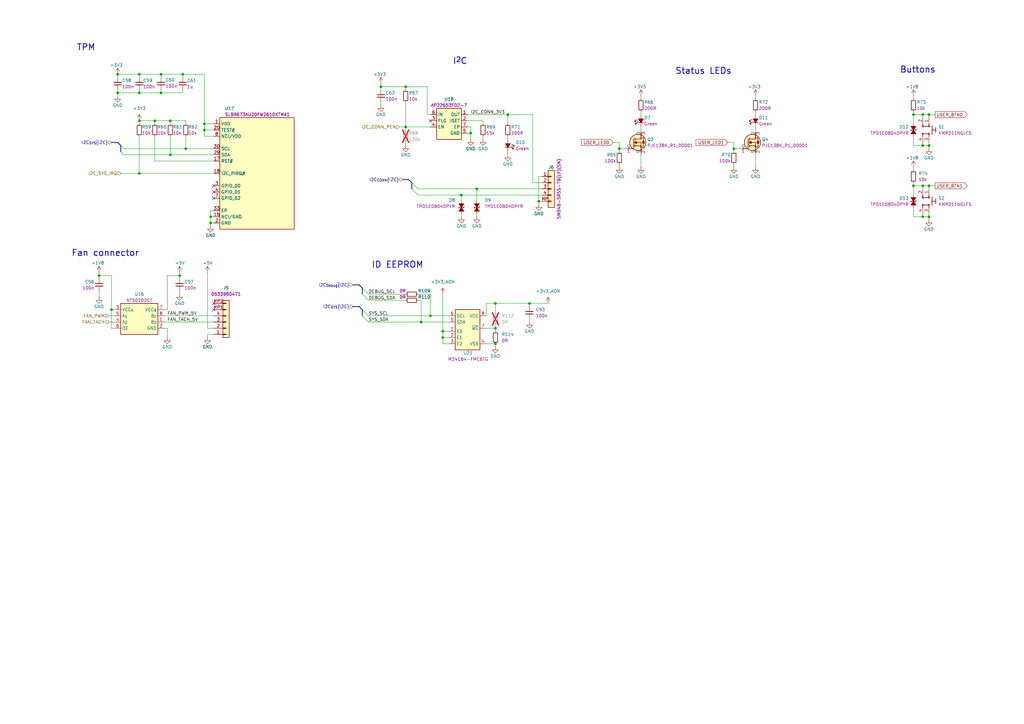
<source format=kicad_sch>
(kicad_sch (version 20250114) (generator "eeschema") (generator_version "9.0")
  (paper "A3")
  (title_block (title "Jetson Orin AGX Baseboard") (date "2025-08-11") (rev "1.0.0") (company "Antmicro Ltd") (comment 1 "www.antmicro.com"))
  (text "Buttons" (at 376.428 28.702 0) (effects (font (size 2.54 2.54) (thickness 0.3175))))
  (text "Fan connector" (at 43.18 103.886 0) (effects (font (size 2.54 2.54) (thickness 0.3175))))
  (text "ID EEPROM" (at 163.068 108.712 0) (effects (font (size 2.54 2.54) (thickness 0.3175))))
  (text "I^{2}C" (at 188.722 25.146 0) (effects (font (size 2.54 2.54) (thickness 0.3175))))
  (text "TPM\n" (at 35.306 19.558 0) (effects (font (size 2.54 2.54) (thickness 0.3175))))
  (text "Status LEDs" (at 288.544 29.21 0) (effects (font (size 2.54 2.54) (thickness 0.3175))))
  (junction (at 45.72 127))
  (junction (at 48.26 30.48))
  (junction (at 181.61 138.43))
  (junction (at 66.04 38.1))
  (junction (at 381 59.69))
  (junction (at 208.28 46.99))
  (junction (at 66.04 30.48))
  (junction (at 57.15 38.1))
  (junction (at 374.65 46.99))
  (junction (at 374.65 76.2))
  (junction (at 378.46 76.2))
  (junction (at 254 60.96))
  (junction (at 57.15 49.53))
  (junction (at 86.36 88.9))
  (junction (at 74.93 30.48))
  (junction (at 83.82 50.8))
  (junction (at 181.61 135.89))
  (junction (at 378.46 46.99))
  (junction (at 69.85 49.53))
  (junction (at 166.37 35.56))
  (junction (at 172.72 132.08))
  (junction (at 220.98 82.55))
  (junction (at 57.15 71.12))
  (junction (at 195.58 77.47))
  (junction (at 381 88.9))
  (junction (at 86.36 91.44))
  (junction (at 203.2 124.46))
  (junction (at 76.2 60.96))
  (junction (at 73.66 113.03))
  (junction (at 381 46.99))
  (junction (at 193.04 54.61))
  (junction (at 69.85 63.5))
  (junction (at 378.46 88.9))
  (junction (at 40.64 113.03))
  (junction (at 63.5 49.53))
  (junction (at 217.17 124.46))
  (junction (at 203.2 134.62))
  (junction (at 48.26 38.1))
  (junction (at 300.99 60.96))
  (junction (at 381 76.2))
  (junction (at 166.37 52.07))
  (junction (at 156.21 35.56))
  (junction (at 57.15 30.48))
  (junction (at 378.46 59.69))
  (junction (at 189.23 80.01))
  (junction (at 83.82 53.34))
  (junction (at 203.2 140.97))
  (junction (at 176.53 129.54))
  (no_connect (at 87.63 124.46))
  (no_connect (at 87.63 76.2))
  (no_connect (at 278.13 -30.48))
  (no_connect (at 176.53 49.53))
  (no_connect (at 87.63 127))
  (no_connect (at 87.63 81.28))
  (no_connect (at 87.63 78.74))
  (bus_entry (at 148.59 120.65) (size 2.54 2.54))
  (bus_entry (at 49.53 62.23) (size 1.27 1.27))
  (bus_entry (at 49.53 59.69) (size 1.27 1.27))
  (bus_entry (at 168.91 77.47) (size 2.54 2.54))
  (bus_entry (at 168.91 74.93) (size 2.54 2.54))
  (bus_entry (at 148.59 127) (size 2.54 2.54))
  (bus_entry (at 148.59 129.54) (size 2.54 2.54))
  (bus_entry (at 148.59 118.11) (size 2.54 2.54))
  (wire (pts (xy 378.46 46.99) (xy 381 46.99)))
  (wire (pts (xy 217.17 124.46) (xy 203.2 124.46)))
  (bus (pts (xy 167.64 73.66) (xy 168.91 74.93)))
  (wire (pts (xy 151.13 123.19) (xy 166.37 123.19)))
  (wire (pts (xy 198.12 49.53) (xy 198.12 50.8)))
  (wire (pts (xy 176.53 120.65) (xy 176.53 129.54)))
  (wire (pts (xy 67.31 129.54) (xy 87.63 129.54)))
  (wire (pts (xy 83.82 53.34) (xy 83.82 50.8)))
  (wire (pts (xy 181.61 120.65) (xy 181.61 135.89)))
  (wire (pts (xy 66.04 30.48) (xy 66.04 31.75)))
  (wire (pts (xy 254 60.96) (xy 256.54 60.96)))
  (wire (pts (xy 57.15 38.1) (xy 66.04 38.1)))
  (wire (pts (xy 381 76.2) (xy 383.54 76.2)))
  (wire (pts (xy 374.65 88.9) (xy 378.46 88.9)))
  (wire (pts (xy 172.72 123.19) (xy 172.72 132.08)))
  (wire (pts (xy 66.04 38.1) (xy 66.04 36.83)))
  (wire (pts (xy 87.63 55.88) (xy 83.82 55.88)))
  (wire (pts (xy 309.88 52.07) (xy 309.88 53.34)))
  (wire (pts (xy 309.88 45.72) (xy 309.88 46.99)))
  (wire (pts (xy 203.2 135.89) (xy 203.2 134.62)))
  (wire (pts (xy 181.61 140.97) (xy 184.15 140.97)))
  (wire (pts (xy 85.09 111.76) (xy 85.09 134.62)))
  (wire (pts (xy 298.45 58.42) (xy 300.99 58.42)))
  (wire (pts (xy 203.2 140.97) (xy 203.2 142.24)))
  (wire (pts (xy 45.72 134.62) (xy 45.72 127)))
  (wire (pts (xy 48.26 38.1) (xy 48.26 39.37)))
  (wire (pts (xy 68.58 134.62) (xy 67.31 134.62)))
  (wire (pts (xy 40.64 111.76) (xy 40.64 113.03)))
  (wire (pts (xy 378.46 88.9) (xy 381 88.9)))
  (wire (pts (xy 83.82 55.88) (xy 83.82 53.34)))
  (wire (pts (xy 76.2 60.96) (xy 76.2 55.88)))
  (wire (pts (xy 191.77 54.61) (xy 193.04 54.61)))
  (bus (pts (xy 144.78 125.73) (xy 147.32 125.73)))
  (bus (pts (xy 49.53 59.69) (xy 49.53 62.23)))
  (bus (pts (xy 147.32 116.84) (xy 148.59 118.11)))
  (wire (pts (xy 46.99 134.62) (xy 45.72 134.62)))
  (wire (pts (xy 254 62.23) (xy 254 60.96)))
  (wire (pts (xy 69.85 49.53) (xy 69.85 50.8)))
  (wire (pts (xy 262.89 63.5) (xy 262.89 68.58)))
  (wire (pts (xy 374.65 74.93) (xy 374.65 76.2)))
  (wire (pts (xy 83.82 30.48) (xy 83.82 50.8)))
  (wire (pts (xy 74.93 38.1) (xy 74.93 36.83)))
  (wire (pts (xy 254 58.42) (xy 254 60.96)))
  (wire (pts (xy 195.58 87.63) (xy 195.58 88.9)))
  (wire (pts (xy 199.39 124.46) (xy 199.39 129.54)))
  (wire (pts (xy 220.98 72.39) (xy 220.98 82.55)))
  (wire (pts (xy 63.5 49.53) (xy 69.85 49.53)))
  (wire (pts (xy 57.15 30.48) (xy 66.04 30.48)))
  (wire (pts (xy 191.77 49.53) (xy 198.12 49.53)))
  (wire (pts (xy 203.2 124.46) (xy 203.2 128.27)))
  (wire (pts (xy 218.44 46.99) (xy 218.44 74.93)))
  (wire (pts (xy 73.66 111.76) (xy 73.66 113.03)))
  (wire (pts (xy 189.23 87.63) (xy 189.23 88.9)))
  (wire (pts (xy 171.45 77.47) (xy 195.58 77.47)))
  (wire (pts (xy 63.5 55.88) (xy 63.5 66.04)))
  (wire (pts (xy 378.46 76.2) (xy 378.46 77.47)))
  (wire (pts (xy 67.31 127) (xy 68.58 127)))
  (wire (pts (xy 378.46 58.42) (xy 378.46 59.69)))
  (wire (pts (xy 68.58 113.03) (xy 73.66 113.03)))
  (wire (pts (xy 69.85 63.5) (xy 69.85 55.88)))
  (wire (pts (xy 262.89 39.37) (xy 262.89 40.64)))
  (wire (pts (xy 156.21 35.56) (xy 156.21 36.83)))
  (wire (pts (xy 151.13 132.08) (xy 172.72 132.08)))
  (wire (pts (xy 44.45 132.08) (xy 46.99 132.08)))
  (wire (pts (xy 374.65 85.09) (xy 374.65 88.9)))
  (wire (pts (xy 381 76.2) (xy 381 77.47)))
  (wire (pts (xy 151.13 120.65) (xy 166.37 120.65)))
  (wire (pts (xy 374.65 76.2) (xy 374.65 80.01)))
  (wire (pts (xy 66.04 38.1) (xy 74.93 38.1)))
  (bus (pts (xy 165.1 73.66) (xy 167.64 73.66)))
  (wire (pts (xy 208.28 55.88) (xy 208.28 57.15)))
  (wire (pts (xy 378.46 76.2) (xy 374.65 76.2)))
  (wire (pts (xy 220.98 72.39) (xy 222.25 72.39)))
  (wire (pts (xy 374.65 46.99) (xy 374.65 50.8)))
  (wire (pts (xy 381 59.69) (xy 381 58.42)))
  (wire (pts (xy 191.77 46.99) (xy 208.28 46.99)))
  (wire (pts (xy 193.04 54.61) (xy 193.04 57.15)))
  (bus (pts (xy 144.78 116.84) (xy 147.32 116.84)))
  (wire (pts (xy 181.61 138.43) (xy 181.61 135.89)))
  (wire (pts (xy 86.36 92.71) (xy 86.36 91.44)))
  (wire (pts (xy 57.15 49.53) (xy 63.5 49.53)))
  (wire (pts (xy 48.26 30.48) (xy 57.15 30.48)))
  (wire (pts (xy 166.37 58.42) (xy 166.37 59.69)))
  (wire (pts (xy 199.39 140.97) (xy 203.2 140.97)))
  (wire (pts (xy 74.93 30.48) (xy 74.93 31.75)))
  (bus (pts (xy 48.26 58.42) (xy 49.53 59.69)))
  (wire (pts (xy 50.8 60.96) (xy 76.2 60.96)))
  (wire (pts (xy 74.93 30.48) (xy 83.82 30.48)))
  (bus (pts (xy 147.32 125.73) (xy 148.59 127)))
  (wire (pts (xy 220.98 82.55) (xy 222.25 82.55)))
  (wire (pts (xy 378.46 46.99) (xy 378.46 48.26)))
  (wire (pts (xy 374.65 59.69) (xy 378.46 59.69)))
  (bus (pts (xy 148.59 127) (xy 148.59 129.54)))
  (wire (pts (xy 57.15 30.48) (xy 57.15 31.75)))
  (wire (pts (xy 189.23 82.55) (xy 189.23 80.01)))
  (wire (pts (xy 208.28 46.99) (xy 208.28 50.8)))
  (wire (pts (xy 262.89 45.72) (xy 262.89 46.99)))
  (wire (pts (xy 63.5 66.04) (xy 87.63 66.04)))
  (wire (pts (xy 40.64 113.03) (xy 40.64 114.3)))
  (wire (pts (xy 87.63 53.34) (xy 83.82 53.34)))
  (wire (pts (xy 175.26 46.99) (xy 175.26 35.56)))
  (wire (pts (xy 195.58 77.47) (xy 195.58 82.55)))
  (wire (pts (xy 300.99 67.31) (xy 300.99 68.58)))
  (wire (pts (xy 86.36 91.44) (xy 87.63 91.44)))
  (wire (pts (xy 85.09 137.16) (xy 85.09 138.43)))
  (wire (pts (xy 85.09 137.16) (xy 87.63 137.16)))
  (wire (pts (xy 381 59.69) (xy 381 60.96)))
  (wire (pts (xy 86.36 91.44) (xy 86.36 88.9)))
  (bus (pts (xy 45.72 58.42) (xy 48.26 58.42)))
  (wire (pts (xy 166.37 52.07) (xy 176.53 52.07)))
  (wire (pts (xy 374.65 39.37) (xy 374.65 40.64)))
  (wire (pts (xy 176.53 129.54) (xy 184.15 129.54)))
  (wire (pts (xy 83.82 50.8) (xy 87.63 50.8)))
  (bus (pts (xy 148.59 118.11) (xy 148.59 120.65)))
  (wire (pts (xy 217.17 130.81) (xy 217.17 132.08)))
  (wire (pts (xy 374.65 45.72) (xy 374.65 46.99)))
  (wire (pts (xy 73.66 120.65) (xy 73.66 119.38)))
  (wire (pts (xy 378.46 59.69) (xy 381 59.69)))
  (wire (pts (xy 374.65 55.88) (xy 374.65 59.69)))
  (wire (pts (xy 199.39 124.46) (xy 203.2 124.46)))
  (wire (pts (xy 184.15 138.43) (xy 181.61 138.43)))
  (wire (pts (xy 48.26 30.48) (xy 48.26 31.75)))
  (wire (pts (xy 195.58 77.47) (xy 222.25 77.47)))
  (wire (pts (xy 156.21 35.56) (xy 166.37 35.56)))
  (wire (pts (xy 85.09 134.62) (xy 87.63 134.62)))
  (wire (pts (xy 374.65 68.58) (xy 374.65 69.85)))
  (wire (pts (xy 191.77 52.07) (xy 193.04 52.07)))
  (wire (pts (xy 57.15 49.53) (xy 57.15 50.8)))
  (wire (pts (xy 193.04 52.07) (xy 193.04 54.61)))
  (wire (pts (xy 48.26 38.1) (xy 57.15 38.1)))
  (wire (pts (xy 189.23 80.01) (xy 222.25 80.01)))
  (wire (pts (xy 198.12 57.15) (xy 198.12 55.88)))
  (wire (pts (xy 381 46.99) (xy 383.54 46.99)))
  (wire (pts (xy 381 88.9) (xy 381 87.63)))
  (wire (pts (xy 203.2 133.35) (xy 203.2 134.62)))
  (wire (pts (xy 151.13 129.54) (xy 176.53 129.54)))
  (wire (pts (xy 87.63 60.96) (xy 76.2 60.96)))
  (wire (pts (xy 73.66 113.03) (xy 73.66 114.3)))
  (wire (pts (xy 57.15 71.12) (xy 57.15 55.88)))
  (wire (pts (xy 44.45 129.54) (xy 46.99 129.54)))
  (wire (pts (xy 166.37 41.91) (xy 166.37 52.07)))
  (wire (pts (xy 171.45 80.01) (xy 189.23 80.01)))
  (wire (pts (xy 172.72 132.08) (xy 184.15 132.08)))
  (wire (pts (xy 87.63 71.12) (xy 57.15 71.12)))
  (wire (pts (xy 68.58 127) (xy 68.58 113.03)))
  (wire (pts (xy 156.21 34.29) (xy 156.21 35.56)))
  (wire (pts (xy 40.64 119.38) (xy 40.64 121.92)))
  (wire (pts (xy 222.25 74.93) (xy 218.44 74.93)))
  (wire (pts (xy 163.83 52.07) (xy 166.37 52.07)))
  (wire (pts (xy 254 67.31) (xy 254 68.58)))
  (wire (pts (xy 378.46 46.99) (xy 374.65 46.99)))
  (wire (pts (xy 50.8 63.5) (xy 69.85 63.5)))
  (wire (pts (xy 69.85 49.53) (xy 76.2 49.53)))
  (wire (pts (xy 87.63 63.5) (xy 69.85 63.5)))
  (wire (pts (xy 63.5 49.53) (xy 63.5 50.8)))
  (wire (pts (xy 171.45 120.65) (xy 176.53 120.65)))
  (wire (pts (xy 208.28 46.99) (xy 218.44 46.99)))
  (wire (pts (xy 57.15 71.12) (xy 49.53 71.12)))
  (wire (pts (xy 251.46 58.42) (xy 254 58.42)))
  (wire (pts (xy 203.2 134.62) (xy 199.39 134.62)))
  (wire (pts (xy 217.17 124.46) (xy 224.79 124.46)))
  (wire (pts (xy 300.99 62.23) (xy 300.99 60.96)))
  (wire (pts (xy 175.26 46.99) (xy 176.53 46.99)))
  (wire (pts (xy 262.89 52.07) (xy 262.89 53.34)))
  (wire (pts (xy 76.2 49.53) (xy 76.2 50.8)))
  (wire (pts (xy 45.72 127) (xy 45.72 113.03)))
  (wire (pts (xy 156.21 41.91) (xy 156.21 43.18)))
  (wire (pts (xy 166.37 52.07) (xy 166.37 53.34)))
  (wire (pts (xy 171.45 123.19) (xy 172.72 123.19)))
  (wire (pts (xy 68.58 138.43) (xy 68.58 134.62)))
  (wire (pts (xy 181.61 135.89) (xy 184.15 135.89)))
  (wire (pts (xy 175.26 35.56) (xy 166.37 35.56)))
  (wire (pts (xy 381 46.99) (xy 381 48.26)))
  (wire (pts (xy 181.61 138.43) (xy 181.61 140.97)))
  (wire (pts (xy 45.72 113.03) (xy 40.64 113.03)))
  (wire (pts (xy 48.26 38.1) (xy 48.26 36.83)))
  (wire (pts (xy 86.36 88.9) (xy 87.63 88.9)))
  (wire (pts (xy 309.88 63.5) (xy 309.88 68.58)))
  (wire (pts (xy 66.04 30.48) (xy 74.93 30.48)))
  (wire (pts (xy 86.36 86.36) (xy 87.63 86.36)))
  (wire (pts (xy 378.46 76.2) (xy 381 76.2)))
  (wire (pts (xy 220.98 83.82) (xy 220.98 82.55)))
  (wire (pts (xy 67.31 132.08) (xy 87.63 132.08)))
  (wire (pts (xy 300.99 58.42) (xy 300.99 60.96)))
  (wire (pts (xy 309.88 39.37) (xy 309.88 40.64)))
  (bus (pts (xy 168.91 74.93) (xy 168.91 77.47)))
  (wire (pts (xy 217.17 124.46) (xy 217.17 125.73)))
  (wire (pts (xy 166.37 35.56) (xy 166.37 36.83)))
  (wire (pts (xy 57.15 38.1) (xy 57.15 36.83)))
  (wire (pts (xy 381 88.9) (xy 381 90.17)))
  (wire (pts (xy 300.99 60.96) (xy 303.53 60.96)))
  (wire (pts (xy 208.28 62.23) (xy 208.28 63.5)))
  (wire (pts (xy 378.46 87.63) (xy 378.46 88.9)))
  (wire (pts (xy 45.72 127) (xy 46.99 127)))
  (wire (pts (xy 86.36 88.9) (xy 86.36 86.36)))
  (label "DEBUG_SCL" (at 151.13 120.65 0))
  (label "DEBUG_SDA" (at 151.13 123.19 0))
  (label "FAN_TACH_5V" (at 68.58 132.08 0))
  (label "FAN_PWM_5V" (at 68.58 129.54 0))
  (label "SYS_SDA" (at 151.13 132.08 0))
  (label "I2C_CONN_3V3" (at 193.04 46.99 0))
  (label "SYS_SCL" (at 151.13 129.54 0))
  (global_label "USER_BTN1" (shape output) (at 383.54 76.2 0) (property "Intersheetrefs" "${INTERSHEET_REFS}" (effects (hide yes))))
  (global_label "USER_BTN0" (shape output) (at 383.54 46.99 0) (property "Intersheetrefs" "${INTERSHEET_REFS}" (effects (hide yes))))
  (global_label "USER_LED1" (shape input) (at 298.45 58.42 180) (property "Intersheetrefs" "${INTERSHEET_REFS}" (effects (hide yes))))
  (global_label "USER_LED0" (shape input) (at 251.46 58.42 180) (property "Intersheetrefs" "${INTERSHEET_REFS}" (effects (hide yes))))
  (hierarchical_label "I2C_{SYS}{I2C}" (shape input) (at 144.78 125.73 180))
  (hierarchical_label "FAN_TACH" (shape output) (at 44.45 132.08 180))
  (hierarchical_label "FAN_PWM" (shape input) (at 44.45 129.54 180))
  (hierarchical_label "I2C_{SYS}{I2C}" (shape input) (at 45.72 58.42 180))
  (hierarchical_label "I2C_SYS_IRQ" (shape input) (at 49.53 71.12 180))
  (hierarchical_label "I2C_{Debug}{I2C}" (shape input) (at 144.78 116.84 180))
  (hierarchical_label "I2C_CONN_PEN" (shape input) (at 163.83 52.07 180))
  (hierarchical_label "I2C_{CONN}{I2C}" (shape input) (at 165.1 73.66 180))
  (symbol (lib_id "antmicroPushbuttonSwitches:SW_KMR211NGLFS_SMD") (at 381 48.26 270) (unit 1)
    (property "Reference" "S1" (at 384.81 52.07 90) (effects (justify left)))
    (property "Value" "SW_KMR211NGLFS_SMD" (effects (hide yes)))
    (property "Footprint" "antmicro-footprints:SW_KMR211NGLFS_SMD" (effects (hide yes)))
    (property "Datasheet" "http://www.farnell.com/datasheets/2631211.pdf" (effects (hide yes)))
    (property "MPN" "KMR211NGLFS" (at 384.81 54.61 90) (effects (justify left)))
    (property "Manufacturer" "C&K" (effects (hide yes)))
    (property "Author" "Antmicro" (effects (hide yes)))
    (property "License" "Apache-2.0" (effects (hide yes)))
  )
  (symbol (lib_id "antmicroResistors0402:R_10k_0402") (at 69.85 55.88 90) (unit 1)
    (property "Reference" "R61" (at 70.866 52.07 90) (effects (justify right)))
    (property "Value" "R_10k_0402" (effects (hide yes)))
    (property "Footprint" "antmicro-footprints:R_0402_1005Metric" (effects (hide yes)))
    (property "Datasheet" "https://www.bourns.com/docs/product-datasheets/cr.pdf" (effects (hide yes)))
    (property "Description" "SMD Chip Resistor, 10 kohm, ± 1%, 62.5 mW, 0402 [1005 Metric], Thick Film, General Purpose" (effects (hide yes)))
    (property "MPN" "CR0402-FX-1002GLF" (effects (hide yes)))
    (property "Manufacturer" "Bourns" (effects (hide yes)))
    (property "License" "Apache-2.0" (effects (hide yes)))
    (property "Author" "Antmicro" (effects (hide yes)))
    (property "Val" "10k" (at 70.866 54.61 90) (effects (justify right)))
    (property "Tolerance" "1%" (effects (hide yes)))
  )
  (symbol (lib_id "antmicroCapacitors0402:C_100n_0402") (at 217.17 130.81 90) (unit 1)
    (property "Reference" "C93" (at 219.71 126.9936 90) (effects (justify right)))
    (property "Value" "C_100n_0402" (effects (hide yes)))
    (property "Footprint" "antmicro-footprints:C_0402_1005Metric" (effects (hide yes)))
    (property "Datasheet" "https://www.murata.com/products/productdetail?partno=GRM155R61H104KE14%23" (effects (hide yes)))
    (property "Description" "SMD Multilayer Ceramic Capacitor, 0.1 µF, 50 V, 0402 [1005 Metric], ± 10%, X5R, GRM Series" (effects (hide yes)))
    (property "MPN" "GRM155R61H104KE14D" (effects (hide yes)))
    (property "Manufacturer" "Murata" (effects (hide yes)))
    (property "License" "Apache-2.0" (effects (hide yes)))
    (property "Author" "Antmicro" (effects (hide yes)))
    (property "Val" "100n" (at 219.71 129.5336 90) (effects (justify right)))
    (property "Voltage" "50V" (effects (hide yes)))
    (property "Dielectric" "X5R" (effects (hide yes)))
  )
  (symbol (lib_id "antmicropower:GND") (at 48.26 39.37 0) (unit 1)
    (property "Reference" "#PWR095" (effects (hide yes)))
    (property "Value" "GND" (at 48.26 43.18 0))
    (property "Author" "Antmicro" (effects (hide yes)))
    (property "License" "Apache-2.0" (effects (hide yes)))
  )
  (symbol (lib_id "antmicropower:GND") (at 73.66 120.65 0) (unit 1)
    (property "Reference" "#PWR093" (effects (hide yes)))
    (property "Value" "GND" (at 73.66 124.46 0))
    (property "Author" "Antmicro" (effects (hide yes)))
    (property "License" "Apache-2.0" (effects (hide yes)))
  )
  (symbol (lib_id "antmicropower:GND") (at 195.58 88.9 0) (unit 1)
    (property "Reference" "#PWR0108" (effects (hide yes)))
    (property "Value" "GND" (at 195.58 92.71 0))
    (property "Author" "Antmicro" (effects (hide yes)))
    (property "License" "Apache-2.0" (effects (hide yes)))
  )
  (symbol (lib_id "antmicropower:+5V") (at 85.09 111.76 0) (unit 1)
    (property "Reference" "#PWR096" (effects (hide yes)))
    (property "Value" "+5V" (at 83.185 108.585 0) (effects (justify left bottom)))
    (property "Author" "Antmicro" (effects (hide yes)))
    (property "License" "Apache-2.0" (effects (hide yes)))
  )
  (symbol (lib_id "antmicropower:+3V3_AON") (at 181.61 120.65 0) (unit 1)
    (property "Reference" "#PWR0159" (effects (hide yes)))
    (property "Value" "+3V3_AON" (at 181.61 115.57 0))
  )
  (symbol (lib_id "antmicropower:GND") (at 193.04 57.15 0) (unit 1)
    (property "Reference" "#PWR0107" (effects (hide yes)))
    (property "Value" "GND" (at 193.04 60.96 0))
    (property "Author" "Antmicro" (effects (hide yes)))
    (property "License" "Apache-2.0" (effects (hide yes)))
  )
  (symbol (lib_id "antmicroLEDIndicationDiscrete:LED_G_0603_LTST-C190GKT") (at 262.89 52.07 90) (unit 1)
    (property "Reference" "D7" (at 264.16 48.26 90) (effects (justify right)))
    (property "Value" "LED_G_0603_LTST-C190GKT" (effects (hide yes)))
    (property "Footprint" "antmicro-footprints:LED_0603_1608Metric_G" (effects (hide yes)))
    (property "Datasheet" "https://media.digikey.com/pdf/Data%20Sheets/Lite-On%20PDFs/LTST-C190GKT.pdf" (effects (hide yes)))
    (property "MPN" "LTST-C190GKT" (effects (hide yes)))
    (property "Manufacturer" "Lite-On" (effects (hide yes)))
    (property "Author" "Antmicro" (effects (hide yes)))
    (property "License" "Apache-2.0" (effects (hide yes)))
    (property "Color" "Green" (at 264.16 50.8 90) (effects (justify right)))
  )
  (symbol (lib_name "R_0R_0402_5") (lib_id "antmicroResistors0402:R_0R_0402") (at 171.45 123.19 0) (mirror y) (unit 1)
    (property "Reference" "R110" (at 171.45 122.555 0) (effects (justify right bottom)))
    (property "Value" "R_0R_0402" (effects (hide yes)))
    (property "Footprint" "antmicro-footprints:R_0402_1005Metric" (effects (hide yes)))
    (property "Datasheet" "https://industrial.panasonic.com/cdbs/www-data/pdf/RDA0000/AOA0000C301.pdf" (effects (hide yes)))
    (property "Manufacturer" "Panasonic" (effects (hide yes)))
    (property "MPN" "ERJ2GE0R00X" (effects (hide yes)))
    (property "Val" "0R" (at 163.83 122.555 0) (effects (justify right bottom)))
    (property "License" "Apache-2.0" (effects (hide yes)))
    (property "Author" "Antmicro" (effects (hide yes)))
    (property "Current" "1A" (effects (hide yes)))
  )
  (symbol (lib_id "antmicroCapacitors0402:C_100n_16V_X7R_0402") (at 48.26 36.83 90) (unit 1)
    (property "Reference" "C58" (at 50.038 33.02 90) (effects (justify right)))
    (property "Value" "C_100n_16V_X7R_0402" (effects (hide yes)))
    (property "Footprint" "antmicro-footprints:C_0402_1005Metric" (effects (hide yes)))
    (property "Datasheet" "https://www.kemet.com/en/us/capacitors/product/C0402C104J4RAC7411.html" (effects (hide yes)))
    (property "Description" "SMD Multilayer Ceramic Capacitor, 100nF, 50V, 0402, ±5%, X7R" (effects (hide yes)))
    (property "MPN" "C0402C104J4RAC7411" (effects (hide yes)))
    (property "Val" "100n" (at 50.038 35.56 90) (effects (justify right)))
    (property "Voltage" "16V" (effects (hide yes)))
    (property "Dielectric" "X7R" (effects (hide yes)))
    (property "Manufacturer" "KEMET" (effects (hide yes)))
    (property "License" "Apache-2.0" (effects (hide yes)))
    (property "Author" "Antmicro" (effects (hide yes)))
  )
  (symbol (lib_id "antmicropower:+3V3") (at 309.88 39.37 0) (unit 1)
    (property "Reference" "#PWR0112" (effects (hide yes)))
    (property "Value" "+3V3" (at 306.705 35.56 0) (effects (justify left)))
    (property "Author" "Antmicro" (effects (hide yes)))
    (property "License" "Apache-2.0" (effects (hide yes)))
  )
  (symbol (lib_id "antmicroResistors0402:R_200R_0402") (at 208.28 55.88 270) (mirror x) (unit 1)
    (property "Reference" "R71" (at 209.55 52.07 90) (effects (justify left)))
    (property "Value" "R_200R_0402" (effects (hide yes)))
    (property "Footprint" "antmicro-footprints:R_0402_1005Metric" (effects (hide yes)))
    (property "Datasheet" "https://www.bourns.com/docs/product-datasheets/cr.pdf" (effects (hide yes)))
    (property "Manufacturer" "Bourns" (effects (hide yes)))
    (property "MPN" "CR0402-FX-2000GLF" (effects (hide yes)))
    (property "Val" "200R" (at 209.55 54.61 90) (effects (justify left)))
    (property "License" "Apache-2.0" (effects (hide yes)))
    (property "Author" "Antmicro" (effects (hide yes)))
    (property "Tolerance" "1%" (effects (hide yes)))
  )
  (symbol (lib_id "antmicroResistors0402:R_10k_0402") (at 374.65 45.72 90) (unit 1)
    (property "Reference" "R73" (at 375.92 41.91 90) (effects (justify right)))
    (property "Value" "R_10k_0402" (effects (hide yes)))
    (property "Footprint" "antmicro-footprints:R_0402_1005Metric" (effects (hide yes)))
    (property "Datasheet" "https://www.bourns.com/docs/product-datasheets/cr.pdf" (effects (hide yes)))
    (property "Manufacturer" "Bourns" (effects (hide yes)))
    (property "MPN" "CR0402-FX-1002GLF" (effects (hide yes)))
    (property "Val" "10k" (at 375.92 44.45 90) (effects (justify right)))
    (property "License" "Apache-2.0" (effects (hide yes)))
    (property "Author" "Antmicro" (effects (hide yes)))
    (property "Tolerance" "1%" (effects (hide yes)))
  )
  (symbol (lib_id "antmicropower:GND") (at 254 68.58 0) (unit 1)
    (property "Reference" "#PWR0100" (effects (hide yes)))
    (property "Value" "GND" (at 254 72.39 0))
    (property "Author" "Antmicro" (effects (hide yes)))
    (property "License" "Apache-2.0" (effects (hide yes)))
  )
  (symbol (lib_id "antmicroLogicTranslatorsLevelShifters:NTS0102_XSON") (at 46.99 127 0) (unit 1)
    (property "Reference" "U16" (at 57.15 120.65 0))
    (property "Value" "NTS0102_XSON" (effects (hide yes)))
    (property "Footprint" "antmicro-footprints:XSON-8_1x1.95mm_P0.5mm" (effects (hide yes)))
    (property "Datasheet" "http://www.farnell.com/datasheets/1760723.pdf" (effects (hide yes)))
    (property "MPN" "NTS0102GT" (at 57.15 123.19 0))
    (property "Manufacturer" "NXP" (effects (hide yes)))
    (property "Author" "Antmicro" (effects (hide yes)))
    (property "License" "Apache-2.0" (effects (hide yes)))
  )
  (symbol (lib_id "antmicropower:GND") (at 203.2 142.24 0) (unit 1)
    (property "Reference" "#PWR0155" (effects (hide yes)))
    (property "Value" "GND" (at 203.2 146.05 0))
    (property "Author" "Antmicro" (effects (hide yes)))
    (property "License" "Apache-2.0" (effects (hide yes)))
  )
  (symbol (lib_id "antmicroLEDIndicationDiscrete:LED_G_0603_LTST-C190GKT") (at 208.28 62.23 270) (mirror x) (unit 1)
    (property "Reference" "D10" (at 211.455 58.42 90) (effects (justify left)))
    (property "Value" "LED_G_0603_LTST-C190GKT" (effects (hide yes)))
    (property "Footprint" "antmicro-footprints:LED_0603_1608Metric_G" (effects (hide yes)))
    (property "Datasheet" "https://media.digikey.com/pdf/Data%20Sheets/Lite-On%20PDFs/LTST-C190GKT.pdf" (effects (hide yes)))
    (property "MPN" "LTST-C190GKT" (effects (hide yes)))
    (property "Manufacturer" "Lite-On" (effects (hide yes)))
    (property "Author" "Antmicro" (effects (hide yes)))
    (property "License" "Apache-2.0" (effects (hide yes)))
    (property "Color" "Green" (at 211.455 60.96 90) (effects (justify left)))
  )
  (symbol (lib_id "antmicropower:GND") (at 381 60.96 0) (unit 1)
    (property "Reference" "#PWR0117" (effects (hide yes)))
    (property "Value" "GND" (at 381 64.77 0))
    (property "Author" "Antmicro" (effects (hide yes)))
    (property "License" "Apache-2.0" (effects (hide yes)))
  )
  (symbol (lib_id "antmicroResistors0402:R_100k_0402") (at 254 67.31 270) (mirror x) (unit 1)
    (property "Reference" "R65" (at 252.73 63.5 90) (effects (justify right)))
    (property "Value" "R_100k_0402" (effects (hide yes)))
    (property "Footprint" "antmicro-footprints:R_0402_1005Metric" (effects (hide yes)))
    (property "Datasheet" "https://www.bourns.com/docs/product-datasheets/cr.pdf" (effects (hide yes)))
    (property "Manufacturer" "Bourns" (effects (hide yes)))
    (property "MPN" "CR0402-FX-1003GLF" (effects (hide yes)))
    (property "Val" "100k" (at 252.73 66.04 90) (effects (justify right)))
    (property "License" "Apache-2.0" (effects (hide yes)))
    (property "Author" "Antmicro" (effects (hide yes)))
    (property "Tolerance" "1%" (effects (hide yes)))
  )
  (symbol (lib_id "antmicroTVSDiodes:TPD1E0B04_XDFN-2") (at 189.23 87.63 90) (unit 1)
    (property "Reference" "D8" (at 186.69 82.1134 90) (effects (justify left)))
    (property "Value" "TPD1E0B04_XDFN-2" (effects (hide yes)))
    (property "Footprint" "antmicro-footprints:XDFN-2_1x0.60mm" (effects (hide yes)))
    (property "Datasheet" "https://www.ti.com/general/docs/suppproductinfo.tsp?distId=26&gotoUrl=https://www.ti.com/lit/gpn/tpd1e0b04" (effects (hide yes)))
    (property "Manufacturer" "Texas Instruments" (effects (hide yes)))
    (property "MPN" "TPD1E0B04DPYR" (at 186.69 84.6534 90) (effects (justify left)))
    (property "Author" "Antmicro" (effects (hide yes)))
    (property "License" "Apache-2.0" (effects (hide yes)))
  )
  (symbol (lib_id "antmicropower:+1V8") (at 40.64 111.76 0) (unit 1)
    (property "Reference" "#PWR087" (effects (hide yes)))
    (property "Value" "+1V8" (at 37.465 108.585 0) (effects (justify left bottom)))
    (property "Author" "Antmicro" (effects (hide yes)))
    (property "License" "Apache-2.0" (effects (hide yes)))
  )
  (symbol (lib_id "antmicroTransistorsFETsMOSFETsSingle:PJE138K") (at 303.53 60.96 0) (unit 1)
    (property "Reference" "Q4" (at 312.42 57.15 0) (effects (justify left)))
    (property "Value" "PJE138K" (effects (hide yes)))
    (property "Footprint" "antmicro-footprints:SOT-523" (effects (hide yes)))
    (property "Datasheet" "https://www.mouser.com/datasheet/2/1057/PJE138K-1876698.pdf" (effects (hide yes)))
    (property "MPN" "PJE138K_R1_00001" (at 312.42 59.69 0) (effects (justify left)))
    (property "Manufacturer" "PANJIT" (effects (hide yes)))
    (property "Author" "Antmicro" (effects (hide yes)))
    (property "License" "Apache-2.0" (effects (hide yes)))
  )
  (symbol (lib_id "antmicropower:+3V3_AON") (at 224.79 124.46 0) (unit 1)
    (property "Reference" "#PWR0157" (effects (hide yes)))
    (property "Value" "+3V3_AON" (at 224.79 119.38 0))
  )
  (symbol (lib_id "antmicropower:GND") (at 262.89 68.58 0) (unit 1)
    (property "Reference" "#PWR0102" (effects (hide yes)))
    (property "Value" "GND" (at 262.89 72.39 0))
    (property "Author" "Antmicro" (effects (hide yes)))
    (property "License" "Apache-2.0" (effects (hide yes)))
  )
  (symbol (lib_id "antmicroLEDIndicationDiscrete:LED_G_0603_LTST-C190GKT") (at 309.88 52.07 90) (unit 1)
    (property "Reference" "D11" (at 311.15 48.26 90) (effects (justify right)))
    (property "Value" "LED_G_0603_LTST-C190GKT" (effects (hide yes)))
    (property "Footprint" "antmicro-footprints:LED_0603_1608Metric_G" (effects (hide yes)))
    (property "Datasheet" "https://media.digikey.com/pdf/Data%20Sheets/Lite-On%20PDFs/LTST-C190GKT.pdf" (effects (hide yes)))
    (property "MPN" "LTST-C190GKT" (effects (hide yes)))
    (property "Manufacturer" "Lite-On" (effects (hide yes)))
    (property "Author" "Antmicro" (effects (hide yes)))
    (property "License" "Apache-2.0" (effects (hide yes)))
    (property "Color" "Green" (at 311.15 50.8 90) (effects (justify right)))
  )
  (symbol (lib_id "antmicroCapacitors0402:C_100n_16V_X7R_0402") (at 57.15 36.83 90) (unit 1)
    (property "Reference" "C59" (at 58.674 33.02 90) (effects (justify right)))
    (property "Value" "C_100n_16V_X7R_0402" (effects (hide yes)))
    (property "Footprint" "antmicro-footprints:C_0402_1005Metric" (effects (hide yes)))
    (property "Datasheet" "https://www.kemet.com/en/us/capacitors/product/C0402C104J4RAC7411.html" (effects (hide yes)))
    (property "Description" "SMD Multilayer Ceramic Capacitor, 100nF, 50V, 0402, ±5%, X7R" (effects (hide yes)))
    (property "MPN" "C0402C104J4RAC7411" (effects (hide yes)))
    (property "Val" "100n" (at 58.674 35.56 90) (effects (justify right)))
    (property "Voltage" "16V" (effects (hide yes)))
    (property "Dielectric" "X7R" (effects (hide yes)))
    (property "Manufacturer" "KEMET" (effects (hide yes)))
    (property "License" "Apache-2.0" (effects (hide yes)))
    (property "Author" "Antmicro" (effects (hide yes)))
  )
  (symbol (lib_id "antmicroResistors0402:R_100k_0402") (at 166.37 58.42 90) (unit 1) (in_bom no) (dnp yes)
    (property "Reference" "R68" (at 167.64 54.61 90) (effects (justify right)))
    (property "Value" "R_100k_0402" (effects (hide yes)))
    (property "Footprint" "antmicro-footprints:R_0402_1005Metric" (effects (hide yes)))
    (property "Datasheet" "https://www.bourns.com/docs/product-datasheets/cr.pdf" (effects (hide yes)))
    (property "Manufacturer" "Bourns" (effects (hide yes)))
    (property "MPN" "CR0402-FX-1003GLF" (effects (hide yes)))
    (property "Val" "100k" (at 167.64 57.15 90) (effects (justify right)))
    (property "License" "Apache-2.0" (effects (hide yes)))
    (property "Author" "Antmicro" (effects (hide yes)))
    (property "Tolerance" "1%" (effects (hide yes)))
  )
  (symbol (lib_id "antmicroResistors0402:R_200R_0402") (at 309.88 45.72 90) (unit 1)
    (property "Reference" "R72" (at 311.15 41.91 90) (effects (justify right)))
    (property "Value" "R_200R_0402" (effects (hide yes)))
    (property "Footprint" "antmicro-footprints:R_0402_1005Metric" (effects (hide yes)))
    (property "Datasheet" "https://www.bourns.com/docs/product-datasheets/cr.pdf" (effects (hide yes)))
    (property "Manufacturer" "Bourns" (effects (hide yes)))
    (property "MPN" "CR0402-FX-2000GLF" (effects (hide yes)))
    (property "Val" "200R" (at 311.15 44.45 90) (effects (justify right)))
    (property "License" "Apache-2.0" (effects (hide yes)))
    (property "Author" "Antmicro" (effects (hide yes)))
    (property "Tolerance" "1%" (effects (hide yes)))
  )
  (symbol (lib_id "antmicropower:GND") (at 300.99 68.58 0) (unit 1)
    (property "Reference" "#PWR0110" (effects (hide yes)))
    (property "Value" "GND" (at 300.99 72.39 0))
    (property "Author" "Antmicro" (effects (hide yes)))
    (property "License" "Apache-2.0" (effects (hide yes)))
  )
  (symbol (lib_name "R_0R_0402_2") (lib_id "antmicroResistors0402:R_0R_0402") (at 171.45 120.65 180) (unit 1)
    (property "Reference" "R109" (at 171.45 120.015 0) (effects (justify right top)))
    (property "Value" "R_0R_0402" (effects (hide yes)))
    (property "Footprint" "antmicro-footprints:R_0402_1005Metric" (effects (hide yes)))
    (property "Datasheet" "https://industrial.panasonic.com/cdbs/www-data/pdf/RDA0000/AOA0000C301.pdf" (effects (hide yes)))
    (property "Manufacturer" "Panasonic" (effects (hide yes)))
    (property "MPN" "ERJ2GE0R00X" (effects (hide yes)))
    (property "Val" "0R" (at 163.83 120.015 0) (effects (justify right top)))
    (property "License" "Apache-2.0" (effects (hide yes)))
    (property "Author" "Antmicro" (effects (hide yes)))
    (property "Current" "1A" (effects (hide yes)))
  )
  (symbol (lib_id "antmicropower:+3V3") (at 262.89 39.37 0) (unit 1)
    (property "Reference" "#PWR0101" (effects (hide yes)))
    (property "Value" "+3V3" (at 259.715 35.56 0) (effects (justify left)))
    (property "Author" "Antmicro" (effects (hide yes)))
    (property "License" "Apache-2.0" (effects (hide yes)))
  )
  (symbol (lib_id "antmicroPMICPowerDistributionSwitchesLoadDrivers:AP22653_DFN") (at 176.53 46.99 0) (unit 1)
    (property "Reference" "U18" (at 184.15 40.64 0))
    (property "Value" "AP22653_DFN" (effects (hide yes)))
    (property "Footprint" "antmicro-footprints:DFN-6-1EP_2x2mm_P0.65mm_EP1x1.6mm" (effects (hide yes)))
    (property "Datasheet" "https://www.mouser.com/datasheet/2/115/DIOD_S_A0010880137_1-2543666.pdf" (effects (hide yes)))
    (property "MPN" "AP22653FDZ-7" (at 184.15 43.18 0))
    (property "Manufacturer" "Diodes Incorporated" (effects (hide yes)))
    (property "Author" "Antmicro" (effects (hide yes)))
    (property "License" "Apache-2.0" (effects (hide yes)))
  )
  (symbol (lib_id "antmicroResistors0402:R_15k_0402") (at 198.12 55.88 90) (unit 1)
    (property "Reference" "R69" (at 199.39 52.07 90) (effects (justify right)))
    (property "Value" "R_15k_0402" (effects (hide yes)))
    (property "Footprint" "antmicro-footprints:R_0402_1005Metric" (effects (hide yes)))
    (property "Datasheet" "https://www.bourns.com/docs/product-datasheets/cr.pdf" (effects (hide yes)))
    (property "Manufacturer" "Bourns" (effects (hide yes)))
    (property "MPN" "CR0402-FX-1502GLF" (effects (hide yes)))
    (property "Val" "15k" (at 199.39 54.61 90) (effects (justify right)))
    (property "License" "Apache-2.0" (effects (hide yes)))
    (property "Author" "Antmicro" (effects (hide yes)))
    (property "Tolerance" "1%" (effects (hide yes)))
  )
  (symbol (lib_id "antmicroResistors0402:R_100k_0402") (at 300.99 67.31 90) (unit 1)
    (property "Reference" "R70" (at 299.72 63.5 90) (effects (justify left)))
    (property "Value" "R_100k_0402" (effects (hide yes)))
    (property "Footprint" "antmicro-footprints:R_0402_1005Metric" (effects (hide yes)))
    (property "Datasheet" "https://www.bourns.com/docs/product-datasheets/cr.pdf" (effects (hide yes)))
    (property "Manufacturer" "Bourns" (effects (hide yes)))
    (property "MPN" "CR0402-FX-1003GLF" (effects (hide yes)))
    (property "Val" "100k" (at 299.72 66.04 90) (effects (justify left)))
    (property "License" "Apache-2.0" (effects (hide yes)))
    (property "Author" "Antmicro" (effects (hide yes)))
    (property "Tolerance" "1%" (effects (hide yes)))
  )
  (symbol (lib_id "antmicroResistors0402:R_10k_0402") (at 166.37 41.91 90) (unit 1)
    (property "Reference" "R67" (at 167.64 38.1 90) (effects (justify right)))
    (property "Value" "R_10k_0402" (effects (hide yes)))
    (property "Footprint" "antmicro-footprints:R_0402_1005Metric" (effects (hide yes)))
    (property "Datasheet" "https://www.bourns.com/docs/product-datasheets/cr.pdf" (effects (hide yes)))
    (property "Manufacturer" "Bourns" (effects (hide yes)))
    (property "MPN" "CR0402-FX-1002GLF" (effects (hide yes)))
    (property "Val" "10k" (at 167.64 40.64 90) (effects (justify right)))
    (property "License" "Apache-2.0" (effects (hide yes)))
    (property "Author" "Antmicro" (effects (hide yes)))
    (property "Tolerance" "1%" (effects (hide yes)))
  )
  (symbol (lib_id "antmicroCapacitors0402:C_1u_16V_0402") (at 74.93 36.83 90) (unit 1)
    (property "Reference" "C61" (at 76.708 33.02 90) (effects (justify right)))
    (property "Value" "C_1u_16V_0402" (effects (hide yes)))
    (property "Footprint" "antmicro-footprints:C_0402_1005Metric" (effects (hide yes)))
    (property "Datasheet" "https://www.kemet.com/en/us/capacitors/product/C0402C105M4PACTU.html" (effects (hide yes)))
    (property "Description" "SMD Multilayer Ceramic Capacitor, 1 µF, 16 V, 0402 [1005 Metric], ± 20%, X5R, C Series KEMET" (effects (hide yes)))
    (property "MPN" "C0402C105M4PACTU" (effects (hide yes)))
    (property "Manufacturer" "KEMET" (effects (hide yes)))
    (property "License" "Apache-2.0" (effects (hide yes)))
    (property "Author" "Antmicro" (effects (hide yes)))
    (property "Val" "1u" (at 76.708 35.56 90) (effects (justify right)))
    (property "Voltage" "16V" (effects (hide yes)))
  )
  (symbol (lib_id "antmicroResistors0402:R_10k_0402") (at 374.65 74.93 90) (unit 1)
    (property "Reference" "R74" (at 376.682 71.12 90) (effects (justify right)))
    (property "Value" "R_10k_0402" (effects (hide yes)))
    (property "Footprint" "antmicro-footprints:R_0402_1005Metric" (effects (hide yes)))
    (property "Datasheet" "https://www.bourns.com/docs/product-datasheets/cr.pdf" (effects (hide yes)))
    (property "Manufacturer" "Bourns" (effects (hide yes)))
    (property "MPN" "CR0402-FX-1002GLF" (effects (hide yes)))
    (property "Val" "10k" (at 376.682 73.66 90) (effects (justify right)))
    (property "License" "Apache-2.0" (effects (hide yes)))
    (property "Author" "Antmicro" (effects (hide yes)))
    (property "Tolerance" "1%" (effects (hide yes)))
  )
  (symbol (lib_id "antmicroMemory:M24C64-F_DFN8") (at 184.15 129.54 0) (unit 1)
    (property "Reference" "U21" (at 192.024 144.78 0))
    (property "Value" "M24C64-F_DFN8" (effects (hide yes)))
    (property "Footprint" "antmicro-footprints:DFN-8-1EP_3x2mm_P0.5mm_EP1.36x1.46mm" (effects (hide yes)))
    (property "Datasheet" "https://eu.mouser.com/datasheet/2/389/cd00259166-1797197.pdf" (effects (hide yes)))
    (property "Description" "EEPROM, 8K x 8bit, Serial I2C (2-Wire), 1 MHz, UFDFPN, 8 Pins" (effects (hide yes)))
    (property "Manufacturer" "STMicroelectronics" (effects (hide yes)))
    (property "MPN" "M24C64-FMC6TG" (at 192.024 147.32 0))
    (property "Author" "Antmicro" (effects (hide yes)))
    (property "License" "Apache-2.0" (effects (hide yes)))
  )
  (symbol (lib_id "antmicroCapacitors0402:C_100n_0402") (at 40.64 119.38 270) (mirror x) (unit 1)
    (property "Reference" "C56" (at 38.735 115.57 90) (effects (justify right)))
    (property "Value" "C_100n_0402" (effects (hide yes)))
    (property "Footprint" "antmicro-footprints:C_0402_1005Metric" (effects (hide yes)))
    (property "Datasheet" "https://www.murata.com/products/productdetail?partno=GRM155R61H104KE14%23" (effects (hide yes)))
    (property "Manufacturer" "Murata" (effects (hide yes)))
    (property "MPN" "GRM155R61H104KE14D" (effects (hide yes)))
    (property "Val" "100n" (at 38.735 118.11 90) (effects (justify right)))
    (property "License" "Apache-2.0" (effects (hide yes)))
    (property "Author" "Antmicro" (effects (hide yes)))
    (property "Voltage" "50V" (effects (hide yes)))
    (property "Dielectric" "X5R" (effects (hide yes)))
  )
  (symbol (lib_id "antmicropower:GND") (at 40.64 121.92 0) (unit 1)
    (property "Reference" "#PWR088" (effects (hide yes)))
    (property "Value" "GND" (at 40.64 125.73 0))
    (property "Author" "Antmicro" (effects (hide yes)))
    (property "License" "Apache-2.0" (effects (hide yes)))
  )
  (symbol (lib_id "antmicropower:+1V8") (at 374.65 39.37 0) (unit 1)
    (property "Reference" "#PWR0115" (effects (hide yes)))
    (property "Value" "+1V8" (at 371.475 35.56 0) (effects (justify left)))
    (property "Author" "Antmicro" (effects (hide yes)))
    (property "License" "Apache-2.0" (effects (hide yes)))
  )
  (symbol (lib_id "antmicropower:+3V3") (at 57.15 49.53 0) (unit 1)
    (property "Reference" "#PWR089" (effects (hide yes)))
    (property "Value" "+3V3" (at 57.15 44.45 0))
    (property "Author" "Antmicro" (effects (hide yes)))
    (property "License" "Apache-2.0" (effects (hide yes)))
  )
  (symbol (lib_id "antmicropower:+3V3") (at 48.26 30.48 0) (unit 1)
    (property "Reference" "#PWR094" (effects (hide yes)))
    (property "Value" "+3V3" (at 45.085 26.67 0) (effects (justify left)))
    (property "Author" "Antmicro" (effects (hide yes)))
    (property "License" "Apache-2.0" (effects (hide yes)))
  )
  (symbol (lib_id "antmicropower:GND") (at 217.17 132.08 0) (unit 1)
    (property "Reference" "#PWR0154" (effects (hide yes)))
    (property "Value" "GND" (at 217.17 135.89 0))
    (property "Author" "Antmicro" (effects (hide yes)))
    (property "License" "Apache-2.0" (effects (hide yes)))
  )
  (symbol (lib_id "antmicroTransistorsFETsMOSFETsSingle:PJE138K") (at 256.54 60.96 0) (unit 1)
    (property "Reference" "Q3" (at 265.43 57.15 0) (effects (justify left)))
    (property "Value" "PJE138K" (effects (hide yes)))
    (property "Footprint" "antmicro-footprints:SOT-523" (effects (hide yes)))
    (property "Datasheet" "https://www.mouser.com/datasheet/2/1057/PJE138K-1876698.pdf" (effects (hide yes)))
    (property "MPN" "PJE138K_R1_00001" (at 265.43 59.69 0) (effects (justify left)))
    (property "Manufacturer" "PANJIT" (effects (hide yes)))
    (property "Author" "Antmicro" (effects (hide yes)))
    (property "License" "Apache-2.0" (effects (hide yes)))
  )
  (symbol (lib_id "antmicropower:GND") (at 198.12 57.15 0) (unit 1)
    (property "Reference" "#PWR0109" (effects (hide yes)))
    (property "Value" "GND" (at 198.12 60.96 0))
    (property "Author" "Antmicro" (effects (hide yes)))
    (property "License" "Apache-2.0" (effects (hide yes)))
  )
  (symbol (lib_id "antmicropower:GND") (at 166.37 59.69 0) (unit 1)
    (property "Reference" "#PWR0105" (effects (hide yes)))
    (property "Value" "GND" (at 166.37 63.5 0))
    (property "Author" "Antmicro" (effects (hide yes)))
    (property "License" "Apache-2.0" (effects (hide yes)))
  )
  (symbol (lib_id "antmicropower:GND") (at 85.09 138.43 0) (unit 1)
    (property "Reference" "#PWR097" (effects (hide yes)))
    (property "Value" "GND" (at 85.09 142.24 0))
    (property "Author" "Antmicro" (effects (hide yes)))
    (property "License" "Apache-2.0" (effects (hide yes)))
  )
  (symbol (lib_id "antmicroCapacitors0402:C_100n_16V_X7R_0402") (at 66.04 36.83 90) (unit 1)
    (property "Reference" "C60" (at 67.818 32.766 90) (effects (justify right)))
    (property "Value" "C_100n_16V_X7R_0402" (effects (hide yes)))
    (property "Footprint" "antmicro-footprints:C_0402_1005Metric" (effects (hide yes)))
    (property "Datasheet" "https://www.kemet.com/en/us/capacitors/product/C0402C104J4RAC7411.html" (effects (hide yes)))
    (property "Description" "SMD Multilayer Ceramic Capacitor, 100nF, 50V, 0402, ±5%, X7R" (effects (hide yes)))
    (property "MPN" "C0402C104J4RAC7411" (effects (hide yes)))
    (property "Val" "100n" (at 67.818 35.306 90) (effects (justify right)))
    (property "Voltage" "16V" (effects (hide yes)))
    (property "Dielectric" "X7R" (effects (hide yes)))
    (property "Manufacturer" "KEMET" (effects (hide yes)))
    (property "License" "Apache-2.0" (effects (hide yes)))
    (property "Author" "Antmicro" (effects (hide yes)))
  )
  (symbol (lib_id "antmicroResistors0402:R_10k_0402") (at 76.2 55.88 90) (unit 1)
    (property "Reference" "R62" (at 77.216 52.07 90) (effects (justify right)))
    (property "Value" "R_10k_0402" (effects (hide yes)))
    (property "Footprint" "antmicro-footprints:R_0402_1005Metric" (effects (hide yes)))
    (property "Datasheet" "https://www.bourns.com/docs/product-datasheets/cr.pdf" (effects (hide yes)))
    (property "Description" "SMD Chip Resistor, 10 kohm, ± 1%, 62.5 mW, 0402 [1005 Metric], Thick Film, General Purpose" (effects (hide yes)))
    (property "MPN" "CR0402-FX-1002GLF" (effects (hide yes)))
    (property "Manufacturer" "Bourns" (effects (hide yes)))
    (property "License" "Apache-2.0" (effects (hide yes)))
    (property "Author" "Antmicro" (effects (hide yes)))
    (property "Val" "10k" (at 77.216 54.61 90) (effects (justify right)))
    (property "Tolerance" "1%" (effects (hide yes)))
  )
  (symbol (lib_id "antmicroResistors0402:R_200R_0402") (at 262.89 45.72 90) (unit 1)
    (property "Reference" "R66" (at 264.16 41.91 90) (effects (justify right)))
    (property "Value" "R_200R_0402" (effects (hide yes)))
    (property "Footprint" "antmicro-footprints:R_0402_1005Metric" (effects (hide yes)))
    (property "Datasheet" "https://www.bourns.com/docs/product-datasheets/cr.pdf" (effects (hide yes)))
    (property "Manufacturer" "Bourns" (effects (hide yes)))
    (property "MPN" "CR0402-FX-2000GLF" (effects (hide yes)))
    (property "Val" "200R" (at 264.16 44.45 90) (effects (justify right)))
    (property "License" "Apache-2.0" (effects (hide yes)))
    (property "Author" "Antmicro" (effects (hide yes)))
    (property "Tolerance" "1%" (effects (hide yes)))
  )
  (symbol (lib_id "antmicroResistors0402:R_10k_0402") (at 63.5 55.88 90) (unit 1)
    (property "Reference" "R60" (at 64.516 52.07 90) (effects (justify right)))
    (property "Value" "R_10k_0402" (effects (hide yes)))
    (property "Footprint" "antmicro-footprints:R_0402_1005Metric" (effects (hide yes)))
    (property "Datasheet" "https://www.bourns.com/docs/product-datasheets/cr.pdf" (effects (hide yes)))
    (property "Description" "SMD Chip Resistor, 10 kohm, ± 1%, 62.5 mW, 0402 [1005 Metric], Thick Film, General Purpose" (effects (hide yes)))
    (property "MPN" "CR0402-FX-1002GLF" (effects (hide yes)))
    (property "Manufacturer" "Bourns" (effects (hide yes)))
    (property "License" "Apache-2.0" (effects (hide yes)))
    (property "Author" "Antmicro" (effects (hide yes)))
    (property "Val" "10k" (at 64.516 54.61 90) (effects (justify right)))
    (property "Tolerance" "1%" (effects (hide yes)))
  )
  (symbol (lib_id "antmicropower:GND") (at 309.88 68.58 0) (unit 1)
    (property "Reference" "#PWR0113" (effects (hide yes)))
    (property "Value" "GND" (at 309.88 72.39 0))
    (property "Author" "Antmicro" (effects (hide yes)))
    (property "License" "Apache-2.0" (effects (hide yes)))
  )
  (symbol (lib_id "antmicroTVSDiodes:TPD1E0B04_XDFN-2") (at 195.58 87.63 90) (unit 1)
    (property "Reference" "D9" (at 198.755 82.1134 90) (effects (justify right)))
    (property "Value" "TPD1E0B04_XDFN-2" (effects (hide yes)))
    (property "Footprint" "antmicro-footprints:XDFN-2_1x0.60mm" (effects (hide yes)))
    (property "Datasheet" "https://www.ti.com/general/docs/suppproductinfo.tsp?distId=26&gotoUrl=https://www.ti.com/lit/gpn/tpd1e0b04" (effects (hide yes)))
    (property "Manufacturer" "Texas Instruments" (effects (hide yes)))
    (property "MPN" "TPD1E0B04DPYR" (at 198.755 84.6534 90) (effects (justify right)))
    (property "Author" "Antmicro" (effects (hide yes)))
    (property "License" "Apache-2.0" (effects (hide yes)))
  )
  (symbol (lib_id "antmicroInterfaceControllers:SLB9673AU20FW2610XTMA1") (at 87.63 50.8 0) (unit 1)
    (property "Reference" "U17" (at 92.202 44.45 0) (effects (justify left)))
    (property "Value" "SLB9673AU20FW2610XTMA1" (effects (hide yes)))
    (property "Footprint" "antmicro-footprints:QFN-32-1EP_5x5mm" (effects (hide yes)))
    (property "Datasheet" "https://eu.mouser.com/datasheet/2/196/Infineon_OPTIGA_TPM_SLB_9673_FW26_DataSheet_v01_30-3363760.pdf" (effects (hide yes)))
    (property "Description" "Security ICs / Authentication ICs" (effects (hide yes)))
    (property "MPN" "SLB9673AU20FW2610XTMA1" (at 92.202 46.99 0) (effects (justify left)))
    (property "Manufacturer" "Infineon" (effects (hide yes)))
    (property "Author" "Antmicro" (effects (hide yes)))
    (property "License" "Apache-2.0" (effects (hide yes)))
  )
  (symbol (lib_id "antmicroResistors0402:R_10k_0402") (at 57.15 55.88 90) (unit 1)
    (property "Reference" "R59" (at 58.166 52.07 90) (effects (justify right)))
    (property "Value" "R_10k_0402" (effects (hide yes)))
    (property "Footprint" "antmicro-footprints:R_0402_1005Metric" (effects (hide yes)))
    (property "Datasheet" "https://www.bourns.com/docs/product-datasheets/cr.pdf" (effects (hide yes)))
    (property "Description" "SMD Chip Resistor, 10 kohm, ± 1%, 62.5 mW, 0402 [1005 Metric], Thick Film, General Purpose" (effects (hide yes)))
    (property "MPN" "CR0402-FX-1002GLF" (effects (hide yes)))
    (property "Manufacturer" "Bourns" (effects (hide yes)))
    (property "License" "Apache-2.0" (effects (hide yes)))
    (property "Author" "Antmicro" (effects (hide yes)))
    (property "Val" "10k" (at 58.166 54.61 90) (effects (justify right)))
    (property "Tolerance" "1%" (effects (hide yes)))
  )
  (symbol (lib_id "antmicroTVSDiodes:TPD1E0B04_XDFN-2") (at 374.65 55.88 90) (unit 1)
    (property "Reference" "D12" (at 372.745 52.07 90) (effects (justify left)))
    (property "Value" "TPD1E0B04_XDFN-2" (effects (hide yes)))
    (property "Footprint" "antmicro-footprints:XDFN-2_1x0.60mm" (effects (hide yes)))
    (property "Datasheet" "https://www.ti.com/general/docs/suppproductinfo.tsp?distId=26&gotoUrl=https://www.ti.com/lit/gpn/tpd1e0b04" (effects (hide yes)))
    (property "Manufacturer" "Texas Instruments" (effects (hide yes)))
    (property "MPN" "TPD1E0B04DPYR" (at 372.745 54.61 90) (effects (justify left)))
    (property "Author" "Antmicro" (effects (hide yes)))
    (property "License" "Apache-2.0" (effects (hide yes)))
  )
  (symbol (lib_id "antmicroCapacitors0402:C_100n_0402") (at 73.66 119.38 270) (mirror x) (unit 1)
    (property "Reference" "C57" (at 75.565 115.57 90) (effects (justify left)))
    (property "Value" "C_100n_0402" (effects (hide yes)))
    (property "Footprint" "antmicro-footprints:C_0402_1005Metric" (effects (hide yes)))
    (property "Datasheet" "https://www.murata.com/products/productdetail?partno=GRM155R61H104KE14%23" (effects (hide yes)))
    (property "Manufacturer" "Murata" (effects (hide yes)))
    (property "MPN" "GRM155R61H104KE14D" (effects (hide yes)))
    (property "Val" "100n" (at 75.565 118.11 90) (effects (justify left)))
    (property "License" "Apache-2.0" (effects (hide yes)))
    (property "Author" "Antmicro" (effects (hide yes)))
    (property "Voltage" "50V" (effects (hide yes)))
    (property "Dielectric" "X5R" (effects (hide yes)))
  )
  (symbol (lib_id "antmicropower:GND") (at 189.23 88.9 0) (unit 1)
    (property "Reference" "#PWR0106" (effects (hide yes)))
    (property "Value" "GND" (at 189.23 92.71 0))
    (property "Author" "Antmicro" (effects (hide yes)))
    (property "License" "Apache-2.0" (effects (hide yes)))
  )
  (symbol (lib_id "antmicropower:+1V8") (at 374.65 68.58 0) (unit 1)
    (property "Reference" "#PWR0116" (effects (hide yes)))
    (property "Value" "+1V8" (at 371.475 64.77 0) (effects (justify left)))
    (property "Author" "Antmicro" (effects (hide yes)))
    (property "License" "Apache-2.0" (effects (hide yes)))
  )
  (symbol (lib_id "antmicropower:+5V") (at 73.66 111.76 0) (unit 1)
    (property "Reference" "#PWR092" (effects (hide yes)))
    (property "Value" "+5V" (at 71.755 108.585 0) (effects (justify left bottom)))
    (property "Author" "Antmicro" (effects (hide yes)))
    (property "License" "Apache-2.0" (effects (hide yes)))
  )
  (symbol (lib_id "antmicroWire2BoardConnectors:Molex_PicoBlade_1x4_0533980471") (at 87.63 137.16 0) (mirror x) (unit 1)
    (property "Reference" "J5" (at 92.71 118.11 0))
    (property "Value" "Molex_PicoBlade_1x4_0533980471" (effects (hide yes)))
    (property "Footprint" "antmicro-footprints:Conn_Molex_PicoBlade_1x4_0533980471" (effects (hide yes)))
    (property "Datasheet" "https://www.molex.com/molex/products/part-detail/pcb_headers/0533980471" (effects (hide yes)))
    (property "MPN" "0533980471" (at 92.71 120.65 0))
    (property "Manufacturer" "Molex" (effects (hide yes)))
    (property "Author" "Antmicro" (effects (hide yes)))
    (property "License" "Apache-2.0" (effects (hide yes)))
  )
  (symbol (lib_id "antmicroCapacitors0402:C_100n_0402") (at 156.21 36.83 90) (mirror x) (unit 1)
    (property "Reference" "C62" (at 158.115 38.1 90) (effects (justify right)))
    (property "Value" "C_100n_0402" (effects (hide yes)))
    (property "Footprint" "antmicro-footprints:C_0402_1005Metric" (effects (hide yes)))
    (property "Datasheet" "https://www.murata.com/products/productdetail?partno=GRM155R61H104KE14%23" (effects (hide yes)))
    (property "Manufacturer" "Murata" (effects (hide yes)))
    (property "MPN" "GRM155R61H104KE14D" (effects (hide yes)))
    (property "Val" "100n" (at 158.115 40.64 90) (effects (justify right)))
    (property "License" "Apache-2.0" (effects (hide yes)))
    (property "Author" "Antmicro" (effects (hide yes)))
    (property "Voltage" "50V" (effects (hide yes)))
    (property "Dielectric" "X5R" (effects (hide yes)))
  )
  (symbol (lib_id "antmicropower:GND") (at 208.28 63.5 0) (unit 1)
    (property "Reference" "#PWR0111" (effects (hide yes)))
    (property "Value" "GND" (at 208.28 67.31 0))
    (property "Author" "Antmicro" (effects (hide yes)))
    (property "License" "Apache-2.0" (effects (hide yes)))
  )
  (symbol (lib_id "antmicroResistors0402:R_0R_0402") (at 203.2 133.35 90) (unit 1) (dnp yes)
    (property "Reference" "R112" (at 205.74 129.54 90) (effects (justify right)))
    (property "Value" "R_0R_0402" (effects (hide yes)))
    (property "Footprint" "antmicro-footprints:R_0402_1005Metric" (effects (hide yes)))
    (property "Datasheet" "https://industrial.panasonic.com/cdbs/www-data/pdf/RDA0000/AOA0000C301.pdf" (effects (hide yes)))
    (property "Description" "SMD Chip Resistor, Jumper, 0 ohm, 100 mW, 0402 [1005 Metric], Thick Film, General Purpose" (effects (hide yes)))
    (property "MPN" "ERJ2GE0R00X" (effects (hide yes)))
    (property "Manufacturer" "Panasonic" (effects (hide yes)))
    (property "License" "Apache-2.0" (effects (hide yes)))
    (property "Author" "Antmicro" (effects (hide yes)))
    (property "Val" "0R" (at 205.74 132.08 90) (effects (justify right)))
    (property "Current" "1A" (effects (hide yes)))
  )
  (symbol (lib_id "antmicropower:GND") (at 220.98 83.82 0) (unit 1)
    (property "Reference" "#PWR0114" (effects (hide yes)))
    (property "Value" "GND" (at 220.98 87.63 0))
    (property "Author" "Antmicro" (effects (hide yes)))
    (property "License" "Apache-2.0" (effects (hide yes)))
  )
  (symbol (lib_id "antmicroTVSDiodes:TPD1E0B04_XDFN-2") (at 374.65 85.09 90) (unit 1)
    (property "Reference" "D13" (at 372.745 81.28 90) (effects (justify left)))
    (property "Value" "TPD1E0B04_XDFN-2" (effects (hide yes)))
    (property "Footprint" "antmicro-footprints:XDFN-2_1x0.60mm" (effects (hide yes)))
    (property "Datasheet" "https://www.ti.com/general/docs/suppproductinfo.tsp?distId=26&gotoUrl=https://www.ti.com/lit/gpn/tpd1e0b04" (effects (hide yes)))
    (property "Manufacturer" "Texas Instruments" (effects (hide yes)))
    (property "MPN" "TPD1E0B04DPYR" (at 372.745 83.82 90) (effects (justify left)))
    (property "Author" "Antmicro" (effects (hide yes)))
    (property "License" "Apache-2.0" (effects (hide yes)))
  )
  (symbol (lib_id "antmicropower:+3V3") (at 156.21 34.29 0) (unit 1)
    (property "Reference" "#PWR0103" (effects (hide yes)))
    (property "Value" "+3V3" (at 153.035 30.48 0) (effects (justify left)))
    (property "Author" "Antmicro" (effects (hide yes)))
    (property "License" "Apache-2.0" (effects (hide yes)))
  )
  (symbol (lib_id "antmicropower:GND") (at 156.21 43.18 0) (unit 1)
    (property "Reference" "#PWR0104" (effects (hide yes)))
    (property "Value" "GND" (at 156.21 46.99 0))
    (property "Author" "Antmicro" (effects (hide yes)))
    (property "License" "Apache-2.0" (effects (hide yes)))
  )
  (symbol (lib_id "antmicroWire2BoardConnectors:JST_SH_1x4_SM04B-SRSS-TB-LF-SN") (at 222.25 72.39 0) (unit 1)
    (property "Reference" "J6" (at 226.06 68.58 0))
    (property "Value" "JST_SH_1x4_SM04B-SRSS-TB-LF-SN" (effects (hide yes)))
    (property "Footprint" "antmicro-footprints:Conn_JST_SH_1x4_SM04B-SRSS-TB-LF-SN" (effects (hide yes)))
    (property "Datasheet" "https://www.jst-mfg.com/product/pdf/eng/eSH.pdf" (effects (hide yes)))
    (property "MPN" "SM04B-SRSS-TB(LF)(SN)" (at 229.235 77.47 90))
    (property "Manufacturer" "JST Automotive Connectors" (effects (hide yes)))
    (property "Author" "Antmicro" (effects (hide yes)))
    (property "License" "Apache-2.0" (effects (hide yes)))
  )
  (symbol (lib_id "antmicropower:GND") (at 68.58 138.43 0) (unit 1)
    (property "Reference" "#PWR091" (effects (hide yes)))
    (property "Value" "GND" (at 68.58 142.24 0))
    (property "Author" "Antmicro" (effects (hide yes)))
    (property "License" "Apache-2.0" (effects (hide yes)))
  )
  (symbol (lib_id "antmicropower:GND") (at 381 90.17 0) (unit 1)
    (property "Reference" "#PWR0118" (effects (hide yes)))
    (property "Value" "GND" (at 381 93.98 0))
    (property "Author" "Antmicro" (effects (hide yes)))
    (property "License" "Apache-2.0" (effects (hide yes)))
  )
  (symbol (lib_id "antmicroPushbuttonSwitches:SW_KMR211NGLFS_SMD") (at 381 77.47 270) (unit 1)
    (property "Reference" "S2" (at 384.81 81.28 90) (effects (justify left)))
    (property "Value" "SW_KMR211NGLFS_SMD" (effects (hide yes)))
    (property "Footprint" "antmicro-footprints:SW_KMR211NGLFS_SMD" (effects (hide yes)))
    (property "Datasheet" "http://www.farnell.com/datasheets/2631211.pdf" (effects (hide yes)))
    (property "MPN" "KMR211NGLFS" (at 384.81 83.82 90) (effects (justify left)))
    (property "Manufacturer" "C&K" (effects (hide yes)))
    (property "Author" "Antmicro" (effects (hide yes)))
    (property "License" "Apache-2.0" (effects (hide yes)))
  )
  (symbol (lib_id "antmicroResistors0402:R_0R_0402") (at 203.2 140.97 90) (unit 1)
    (property "Reference" "R114" (at 205.74 137.16 90) (effects (justify right)))
    (property "Value" "R_0R_0402" (effects (hide yes)))
    (property "Footprint" "antmicro-footprints:R_0402_1005Metric" (effects (hide yes)))
    (property "Datasheet" "https://industrial.panasonic.com/cdbs/www-data/pdf/RDA0000/AOA0000C301.pdf" (effects (hide yes)))
    (property "Description" "SMD Chip Resistor, Jumper, 0 ohm, 100 mW, 0402 [1005 Metric], Thick Film, General Purpose" (effects (hide yes)))
    (property "MPN" "ERJ2GE0R00X" (effects (hide yes)))
    (property "Manufacturer" "Panasonic" (effects (hide yes)))
    (property "License" "Apache-2.0" (effects (hide yes)))
    (property "Author" "Antmicro" (effects (hide yes)))
    (property "Val" "0R" (at 205.74 139.7 90) (effects (justify right)))
    (property "Current" "1A" (effects (hide yes)))
  )
  (symbol (lib_id "antmicropower:GND") (at 86.36 92.71 0) (unit 1)
    (property "Reference" "#PWR099" (effects (hide yes)))
    (property "Value" "GND" (at 86.36 96.52 0))
    (property "Author" "Antmicro" (effects (hide yes)))
    (property "License" "Apache-2.0" (effects (hide yes)))
  )
)
</source>
